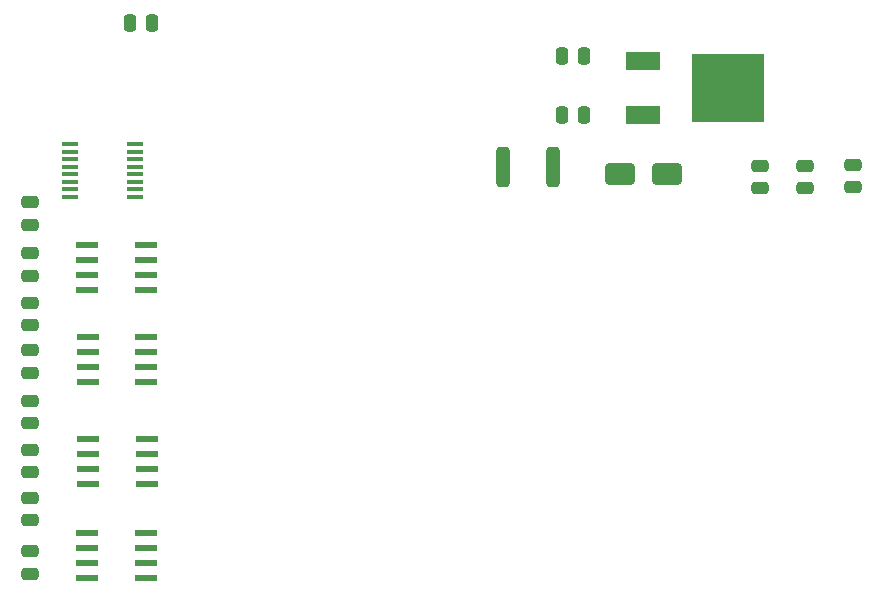
<source format=gtp>
G04 #@! TF.GenerationSoftware,KiCad,Pcbnew,(7.0.0)*
G04 #@! TF.CreationDate,2024-06-27T16:39:17-07:00*
G04 #@! TF.ProjectId,msp-debugger,6d73702d-6465-4627-9567-6765722e6b69,rev?*
G04 #@! TF.SameCoordinates,Original*
G04 #@! TF.FileFunction,Paste,Top*
G04 #@! TF.FilePolarity,Positive*
%FSLAX46Y46*%
G04 Gerber Fmt 4.6, Leading zero omitted, Abs format (unit mm)*
G04 Created by KiCad (PCBNEW (7.0.0)) date 2024-06-27 16:39:17*
%MOMM*%
%LPD*%
G01*
G04 APERTURE LIST*
G04 Aperture macros list*
%AMRoundRect*
0 Rectangle with rounded corners*
0 $1 Rounding radius*
0 $2 $3 $4 $5 $6 $7 $8 $9 X,Y pos of 4 corners*
0 Add a 4 corners polygon primitive as box body*
4,1,4,$2,$3,$4,$5,$6,$7,$8,$9,$2,$3,0*
0 Add four circle primitives for the rounded corners*
1,1,$1+$1,$2,$3*
1,1,$1+$1,$4,$5*
1,1,$1+$1,$6,$7*
1,1,$1+$1,$8,$9*
0 Add four rect primitives between the rounded corners*
20,1,$1+$1,$2,$3,$4,$5,0*
20,1,$1+$1,$4,$5,$6,$7,0*
20,1,$1+$1,$6,$7,$8,$9,0*
20,1,$1+$1,$8,$9,$2,$3,0*%
G04 Aperture macros list end*
%ADD10RoundRect,0.250000X0.250000X0.475000X-0.250000X0.475000X-0.250000X-0.475000X0.250000X-0.475000X0*%
%ADD11R,1.460500X0.355600*%
%ADD12RoundRect,0.250000X-0.475000X0.250000X-0.475000X-0.250000X0.475000X-0.250000X0.475000X0.250000X0*%
%ADD13RoundRect,0.250000X0.475000X-0.250000X0.475000X0.250000X-0.475000X0.250000X-0.475000X-0.250000X0*%
%ADD14R,1.981200X0.558800*%
%ADD15R,3.000000X1.600000*%
%ADD16R,6.200000X5.800000*%
%ADD17RoundRect,0.250000X-1.000000X-0.650000X1.000000X-0.650000X1.000000X0.650000X-1.000000X0.650000X0*%
%ADD18RoundRect,0.250000X-0.250000X-0.475000X0.250000X-0.475000X0.250000X0.475000X-0.250000X0.475000X0*%
%ADD19RoundRect,0.250000X-0.312500X-1.450000X0.312500X-1.450000X0.312500X1.450000X-0.312500X1.450000X0*%
G04 APERTURE END LIST*
D10*
X128712000Y-71628000D03*
X126812000Y-71628000D03*
D11*
X127214149Y-86396499D03*
X127214149Y-85761499D03*
X127214149Y-85126499D03*
X127214149Y-84491499D03*
X127214149Y-83856499D03*
X127214149Y-83221499D03*
X127214149Y-82586499D03*
X127214149Y-81951499D03*
X121765849Y-81951499D03*
X121765849Y-82586499D03*
X121765849Y-83221499D03*
X121765849Y-83856499D03*
X121765849Y-84491499D03*
X121765849Y-85126499D03*
X121765849Y-85761499D03*
X121765849Y-86396499D03*
D12*
X118381000Y-99363000D03*
X118381000Y-101263000D03*
X118381000Y-107813000D03*
X118381000Y-109713000D03*
D13*
X118327000Y-113779000D03*
X118327000Y-111879000D03*
D12*
X188036000Y-83680000D03*
X188036000Y-85580000D03*
D13*
X180162000Y-85646000D03*
X180162000Y-83746000D03*
D14*
X123305399Y-106886999D03*
X123305399Y-108156999D03*
X123305399Y-109426999D03*
X123305399Y-110696999D03*
X128232999Y-110696999D03*
X128232999Y-109426999D03*
X128232999Y-108156999D03*
X128232999Y-106886999D03*
D13*
X118381000Y-97263000D03*
X118381000Y-95363000D03*
D14*
X123229199Y-90479999D03*
X123229199Y-91749999D03*
X123229199Y-93019999D03*
X123229199Y-94289999D03*
X128156799Y-94289999D03*
X128156799Y-93019999D03*
X128156799Y-91749999D03*
X128156799Y-90479999D03*
D15*
X170289999Y-74903999D03*
X170289999Y-79473999D03*
D16*
X177459999Y-77188999D03*
D13*
X118381000Y-88763000D03*
X118381000Y-86863000D03*
D12*
X118381000Y-91163000D03*
X118381000Y-93063000D03*
D17*
X168290000Y-84474000D03*
X172290000Y-84474000D03*
D14*
X123285199Y-98279999D03*
X123285199Y-99549999D03*
X123285199Y-100819999D03*
X123285199Y-102089999D03*
X128212799Y-102089999D03*
X128212799Y-100819999D03*
X128212799Y-99549999D03*
X128212799Y-98279999D03*
D18*
X163390000Y-79474000D03*
X165290000Y-79474000D03*
D10*
X165290000Y-74474000D03*
X163390000Y-74474000D03*
D12*
X118327000Y-116380000D03*
X118327000Y-118280000D03*
D14*
X123229199Y-114887999D03*
X123229199Y-116157999D03*
X123229199Y-117427999D03*
X123229199Y-118697999D03*
X128156799Y-118697999D03*
X128156799Y-117427999D03*
X128156799Y-116157999D03*
X128156799Y-114887999D03*
D13*
X183972000Y-85646000D03*
X183972000Y-83746000D03*
D19*
X158390500Y-83820000D03*
X162665500Y-83820000D03*
D13*
X118381000Y-105563000D03*
X118381000Y-103663000D03*
M02*

</source>
